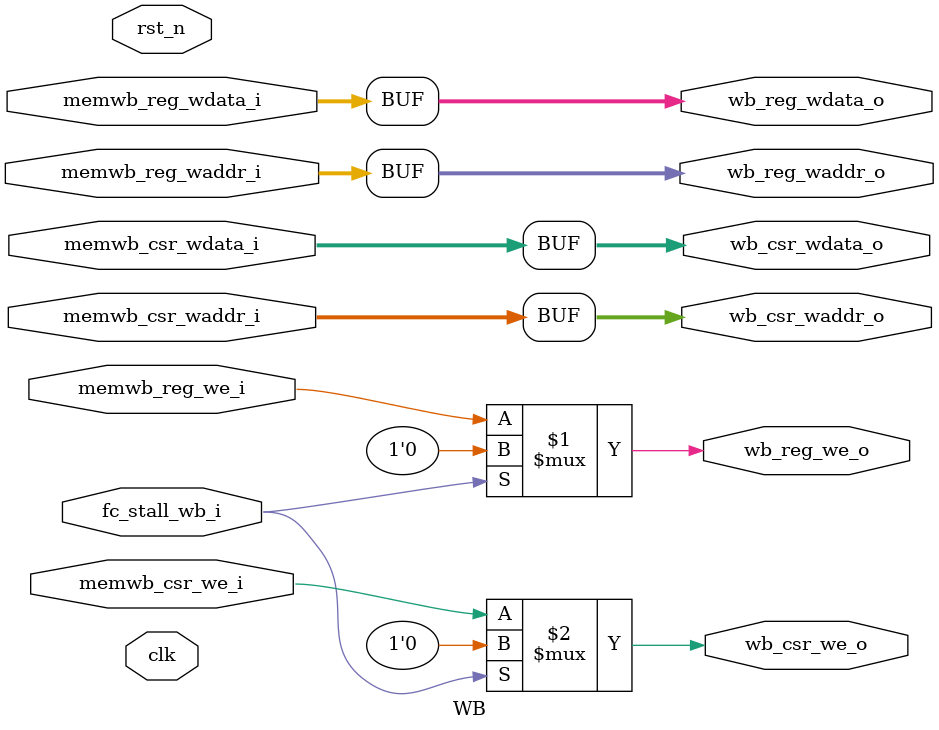
<source format=v>
module WB (
    input   wire                    clk,
    input   wire                    rst_n,

    //from mem_wb_reg
    input   wire            [31:0]  memwb_reg_wdata_i,
    input   wire            [4:0]   memwb_reg_waddr_i,
    input   wire                    memwb_reg_we_i,

    input   wire            [31:0]  memwb_csr_wdata_i,
    input   wire            [11:0]  memwb_csr_waddr_i,
    input   wire                    memwb_csr_we_i,
    //to regs
    output  wire            [31:0]  wb_reg_wdata_o,
    output  wire            [4:0]   wb_reg_waddr_o,
    output  wire                    wb_reg_we_o,

    output  wire            [31:0]  wb_csr_wdata_o,
    output  wire            [11:0]  wb_csr_waddr_o,
    output  wire                    wb_csr_we_o,

    //from fc
    input   wire                    fc_stall_wb_i
);

    assign wb_reg_wdata_o = memwb_reg_wdata_i;
    assign wb_reg_waddr_o = memwb_reg_waddr_i;
    assign wb_reg_we_o = fc_stall_wb_i ? 1'b0 : memwb_reg_we_i;

    assign wb_csr_wdata_o = memwb_csr_wdata_i;
    assign wb_csr_waddr_o = memwb_csr_waddr_i;
    assign wb_csr_we_o = fc_stall_wb_i ? 1'b0 : memwb_csr_we_i;
    

endmodule
</source>
